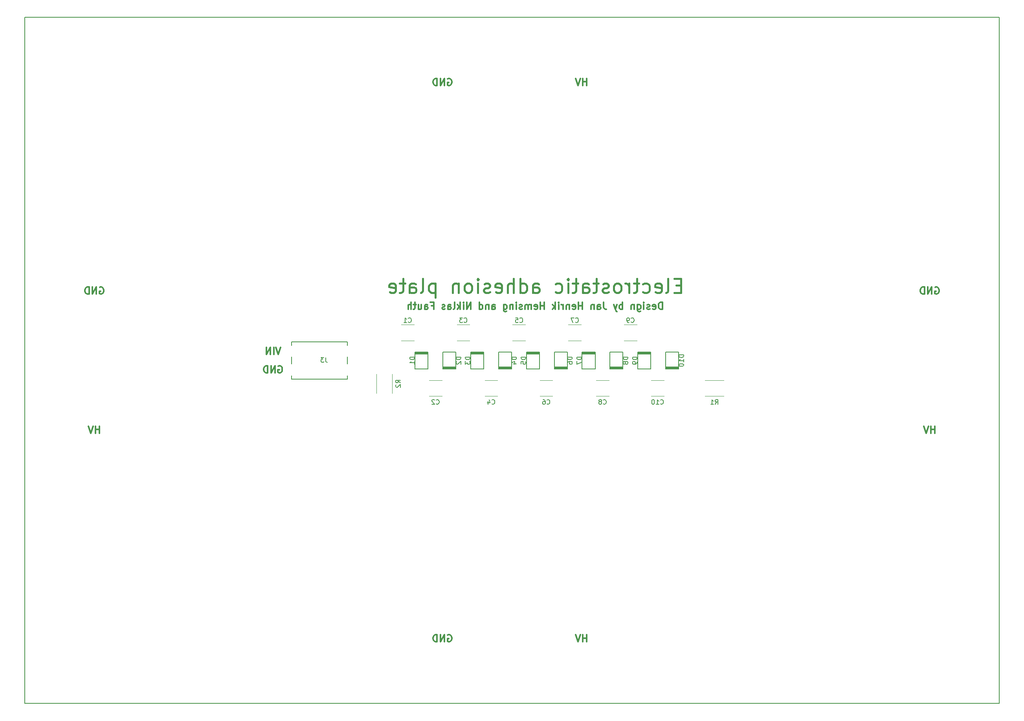
<source format=gbo>
%TF.GenerationSoftware,KiCad,Pcbnew,5.0.1*%
%TF.CreationDate,2019-02-24T21:46:33+01:00*%
%TF.ProjectId,Statikplatte,53746174696B706C617474652E6B6963,rev?*%
%TF.SameCoordinates,Original*%
%TF.FileFunction,Legend,Bot*%
%TF.FilePolarity,Positive*%
%FSLAX46Y46*%
G04 Gerber Fmt 4.6, Leading zero omitted, Abs format (unit mm)*
G04 Created by KiCad (PCBNEW 5.0.1) date So 24 Feb 2019 21:46:33 CET*
%MOMM*%
%LPD*%
G01*
G04 APERTURE LIST*
%ADD10C,0.400000*%
%ADD11C,0.300000*%
%ADD12C,0.150000*%
%ADD13C,0.120000*%
G04 APERTURE END LIST*
D10*
X156357142Y-72815714D02*
X155357142Y-72815714D01*
X154928571Y-74387142D02*
X156357142Y-74387142D01*
X156357142Y-71387142D01*
X154928571Y-71387142D01*
X153214285Y-74387142D02*
X153500000Y-74244285D01*
X153642857Y-73958571D01*
X153642857Y-71387142D01*
X150928571Y-74244285D02*
X151214285Y-74387142D01*
X151785714Y-74387142D01*
X152071428Y-74244285D01*
X152214285Y-73958571D01*
X152214285Y-72815714D01*
X152071428Y-72530000D01*
X151785714Y-72387142D01*
X151214285Y-72387142D01*
X150928571Y-72530000D01*
X150785714Y-72815714D01*
X150785714Y-73101428D01*
X152214285Y-73387142D01*
X148214285Y-74244285D02*
X148500000Y-74387142D01*
X149071428Y-74387142D01*
X149357142Y-74244285D01*
X149500000Y-74101428D01*
X149642857Y-73815714D01*
X149642857Y-72958571D01*
X149500000Y-72672857D01*
X149357142Y-72530000D01*
X149071428Y-72387142D01*
X148500000Y-72387142D01*
X148214285Y-72530000D01*
X147357142Y-72387142D02*
X146214285Y-72387142D01*
X146928571Y-71387142D02*
X146928571Y-73958571D01*
X146785714Y-74244285D01*
X146500000Y-74387142D01*
X146214285Y-74387142D01*
X145214285Y-74387142D02*
X145214285Y-72387142D01*
X145214285Y-72958571D02*
X145071428Y-72672857D01*
X144928571Y-72530000D01*
X144642857Y-72387142D01*
X144357142Y-72387142D01*
X142928571Y-74387142D02*
X143214285Y-74244285D01*
X143357142Y-74101428D01*
X143500000Y-73815714D01*
X143500000Y-72958571D01*
X143357142Y-72672857D01*
X143214285Y-72530000D01*
X142928571Y-72387142D01*
X142500000Y-72387142D01*
X142214285Y-72530000D01*
X142071428Y-72672857D01*
X141928571Y-72958571D01*
X141928571Y-73815714D01*
X142071428Y-74101428D01*
X142214285Y-74244285D01*
X142500000Y-74387142D01*
X142928571Y-74387142D01*
X140785714Y-74244285D02*
X140500000Y-74387142D01*
X139928571Y-74387142D01*
X139642857Y-74244285D01*
X139500000Y-73958571D01*
X139500000Y-73815714D01*
X139642857Y-73530000D01*
X139928571Y-73387142D01*
X140357142Y-73387142D01*
X140642857Y-73244285D01*
X140785714Y-72958571D01*
X140785714Y-72815714D01*
X140642857Y-72530000D01*
X140357142Y-72387142D01*
X139928571Y-72387142D01*
X139642857Y-72530000D01*
X138642857Y-72387142D02*
X137500000Y-72387142D01*
X138214285Y-71387142D02*
X138214285Y-73958571D01*
X138071428Y-74244285D01*
X137785714Y-74387142D01*
X137500000Y-74387142D01*
X135214285Y-74387142D02*
X135214285Y-72815714D01*
X135357142Y-72530000D01*
X135642857Y-72387142D01*
X136214285Y-72387142D01*
X136500000Y-72530000D01*
X135214285Y-74244285D02*
X135500000Y-74387142D01*
X136214285Y-74387142D01*
X136500000Y-74244285D01*
X136642857Y-73958571D01*
X136642857Y-73672857D01*
X136500000Y-73387142D01*
X136214285Y-73244285D01*
X135500000Y-73244285D01*
X135214285Y-73101428D01*
X134214285Y-72387142D02*
X133071428Y-72387142D01*
X133785714Y-71387142D02*
X133785714Y-73958571D01*
X133642857Y-74244285D01*
X133357142Y-74387142D01*
X133071428Y-74387142D01*
X132071428Y-74387142D02*
X132071428Y-72387142D01*
X132071428Y-71387142D02*
X132214285Y-71530000D01*
X132071428Y-71672857D01*
X131928571Y-71530000D01*
X132071428Y-71387142D01*
X132071428Y-71672857D01*
X129357142Y-74244285D02*
X129642857Y-74387142D01*
X130214285Y-74387142D01*
X130499999Y-74244285D01*
X130642857Y-74101428D01*
X130785714Y-73815714D01*
X130785714Y-72958571D01*
X130642857Y-72672857D01*
X130499999Y-72530000D01*
X130214285Y-72387142D01*
X129642857Y-72387142D01*
X129357142Y-72530000D01*
X124499999Y-74387142D02*
X124499999Y-72815714D01*
X124642857Y-72530000D01*
X124928571Y-72387142D01*
X125499999Y-72387142D01*
X125785714Y-72530000D01*
X124499999Y-74244285D02*
X124785714Y-74387142D01*
X125499999Y-74387142D01*
X125785714Y-74244285D01*
X125928571Y-73958571D01*
X125928571Y-73672857D01*
X125785714Y-73387142D01*
X125499999Y-73244285D01*
X124785714Y-73244285D01*
X124499999Y-73101428D01*
X121785714Y-74387142D02*
X121785714Y-71387142D01*
X121785714Y-74244285D02*
X122071428Y-74387142D01*
X122642857Y-74387142D01*
X122928571Y-74244285D01*
X123071428Y-74101428D01*
X123214285Y-73815714D01*
X123214285Y-72958571D01*
X123071428Y-72672857D01*
X122928571Y-72530000D01*
X122642857Y-72387142D01*
X122071428Y-72387142D01*
X121785714Y-72530000D01*
X120357142Y-74387142D02*
X120357142Y-71387142D01*
X119071428Y-74387142D02*
X119071428Y-72815714D01*
X119214285Y-72530000D01*
X119499999Y-72387142D01*
X119928571Y-72387142D01*
X120214285Y-72530000D01*
X120357142Y-72672857D01*
X116499999Y-74244285D02*
X116785714Y-74387142D01*
X117357142Y-74387142D01*
X117642857Y-74244285D01*
X117785714Y-73958571D01*
X117785714Y-72815714D01*
X117642857Y-72530000D01*
X117357142Y-72387142D01*
X116785714Y-72387142D01*
X116499999Y-72530000D01*
X116357142Y-72815714D01*
X116357142Y-73101428D01*
X117785714Y-73387142D01*
X115214285Y-74244285D02*
X114928571Y-74387142D01*
X114357142Y-74387142D01*
X114071428Y-74244285D01*
X113928571Y-73958571D01*
X113928571Y-73815714D01*
X114071428Y-73530000D01*
X114357142Y-73387142D01*
X114785714Y-73387142D01*
X115071428Y-73244285D01*
X115214285Y-72958571D01*
X115214285Y-72815714D01*
X115071428Y-72530000D01*
X114785714Y-72387142D01*
X114357142Y-72387142D01*
X114071428Y-72530000D01*
X112642857Y-74387142D02*
X112642857Y-72387142D01*
X112642857Y-71387142D02*
X112785714Y-71530000D01*
X112642857Y-71672857D01*
X112499999Y-71530000D01*
X112642857Y-71387142D01*
X112642857Y-71672857D01*
X110785714Y-74387142D02*
X111071428Y-74244285D01*
X111214285Y-74101428D01*
X111357142Y-73815714D01*
X111357142Y-72958571D01*
X111214285Y-72672857D01*
X111071428Y-72530000D01*
X110785714Y-72387142D01*
X110357142Y-72387142D01*
X110071428Y-72530000D01*
X109928571Y-72672857D01*
X109785714Y-72958571D01*
X109785714Y-73815714D01*
X109928571Y-74101428D01*
X110071428Y-74244285D01*
X110357142Y-74387142D01*
X110785714Y-74387142D01*
X108499999Y-72387142D02*
X108499999Y-74387142D01*
X108499999Y-72672857D02*
X108357142Y-72530000D01*
X108071428Y-72387142D01*
X107642857Y-72387142D01*
X107357142Y-72530000D01*
X107214285Y-72815714D01*
X107214285Y-74387142D01*
X103499999Y-72387142D02*
X103499999Y-75387142D01*
X103499999Y-72530000D02*
X103214285Y-72387142D01*
X102642857Y-72387142D01*
X102357142Y-72530000D01*
X102214285Y-72672857D01*
X102071428Y-72958571D01*
X102071428Y-73815714D01*
X102214285Y-74101428D01*
X102357142Y-74244285D01*
X102642857Y-74387142D01*
X103214285Y-74387142D01*
X103499999Y-74244285D01*
X100357142Y-74387142D02*
X100642857Y-74244285D01*
X100785714Y-73958571D01*
X100785714Y-71387142D01*
X97928571Y-74387142D02*
X97928571Y-72815714D01*
X98071428Y-72530000D01*
X98357142Y-72387142D01*
X98928571Y-72387142D01*
X99214285Y-72530000D01*
X97928571Y-74244285D02*
X98214285Y-74387142D01*
X98928571Y-74387142D01*
X99214285Y-74244285D01*
X99357142Y-73958571D01*
X99357142Y-73672857D01*
X99214285Y-73387142D01*
X98928571Y-73244285D01*
X98214285Y-73244285D01*
X97928571Y-73101428D01*
X96928571Y-72387142D02*
X95785714Y-72387142D01*
X96499999Y-71387142D02*
X96499999Y-73958571D01*
X96357142Y-74244285D01*
X96071428Y-74387142D01*
X95785714Y-74387142D01*
X93642857Y-74244285D02*
X93928571Y-74387142D01*
X94499999Y-74387142D01*
X94785714Y-74244285D01*
X94928571Y-73958571D01*
X94928571Y-72815714D01*
X94785714Y-72530000D01*
X94499999Y-72387142D01*
X93928571Y-72387142D01*
X93642857Y-72530000D01*
X93499999Y-72815714D01*
X93499999Y-73101428D01*
X94928571Y-73387142D01*
D11*
X211142857Y-73250000D02*
X211285714Y-73178571D01*
X211500000Y-73178571D01*
X211714285Y-73250000D01*
X211857142Y-73392857D01*
X211928571Y-73535714D01*
X212000000Y-73821428D01*
X212000000Y-74035714D01*
X211928571Y-74321428D01*
X211857142Y-74464285D01*
X211714285Y-74607142D01*
X211500000Y-74678571D01*
X211357142Y-74678571D01*
X211142857Y-74607142D01*
X211071428Y-74535714D01*
X211071428Y-74035714D01*
X211357142Y-74035714D01*
X210428571Y-74678571D02*
X210428571Y-73178571D01*
X209571428Y-74678571D01*
X209571428Y-73178571D01*
X208857142Y-74678571D02*
X208857142Y-73178571D01*
X208500000Y-73178571D01*
X208285714Y-73250000D01*
X208142857Y-73392857D01*
X208071428Y-73535714D01*
X208000000Y-73821428D01*
X208000000Y-74035714D01*
X208071428Y-74321428D01*
X208142857Y-74464285D01*
X208285714Y-74607142D01*
X208500000Y-74678571D01*
X208857142Y-74678571D01*
X31142857Y-73250000D02*
X31285714Y-73178571D01*
X31500000Y-73178571D01*
X31714285Y-73250000D01*
X31857142Y-73392857D01*
X31928571Y-73535714D01*
X32000000Y-73821428D01*
X32000000Y-74035714D01*
X31928571Y-74321428D01*
X31857142Y-74464285D01*
X31714285Y-74607142D01*
X31500000Y-74678571D01*
X31357142Y-74678571D01*
X31142857Y-74607142D01*
X31071428Y-74535714D01*
X31071428Y-74035714D01*
X31357142Y-74035714D01*
X30428571Y-74678571D02*
X30428571Y-73178571D01*
X29571428Y-74678571D01*
X29571428Y-73178571D01*
X28857142Y-74678571D02*
X28857142Y-73178571D01*
X28500000Y-73178571D01*
X28285714Y-73250000D01*
X28142857Y-73392857D01*
X28071428Y-73535714D01*
X28000000Y-73821428D01*
X28000000Y-74035714D01*
X28071428Y-74321428D01*
X28142857Y-74464285D01*
X28285714Y-74607142D01*
X28500000Y-74678571D01*
X28857142Y-74678571D01*
X106142857Y-148250000D02*
X106285714Y-148178571D01*
X106500000Y-148178571D01*
X106714285Y-148250000D01*
X106857142Y-148392857D01*
X106928571Y-148535714D01*
X107000000Y-148821428D01*
X107000000Y-149035714D01*
X106928571Y-149321428D01*
X106857142Y-149464285D01*
X106714285Y-149607142D01*
X106500000Y-149678571D01*
X106357142Y-149678571D01*
X106142857Y-149607142D01*
X106071428Y-149535714D01*
X106071428Y-149035714D01*
X106357142Y-149035714D01*
X105428571Y-149678571D02*
X105428571Y-148178571D01*
X104571428Y-149678571D01*
X104571428Y-148178571D01*
X103857142Y-149678571D02*
X103857142Y-148178571D01*
X103500000Y-148178571D01*
X103285714Y-148250000D01*
X103142857Y-148392857D01*
X103071428Y-148535714D01*
X103000000Y-148821428D01*
X103000000Y-149035714D01*
X103071428Y-149321428D01*
X103142857Y-149464285D01*
X103285714Y-149607142D01*
X103500000Y-149678571D01*
X103857142Y-149678571D01*
X106142857Y-28250000D02*
X106285714Y-28178571D01*
X106500000Y-28178571D01*
X106714285Y-28250000D01*
X106857142Y-28392857D01*
X106928571Y-28535714D01*
X107000000Y-28821428D01*
X107000000Y-29035714D01*
X106928571Y-29321428D01*
X106857142Y-29464285D01*
X106714285Y-29607142D01*
X106500000Y-29678571D01*
X106357142Y-29678571D01*
X106142857Y-29607142D01*
X106071428Y-29535714D01*
X106071428Y-29035714D01*
X106357142Y-29035714D01*
X105428571Y-29678571D02*
X105428571Y-28178571D01*
X104571428Y-29678571D01*
X104571428Y-28178571D01*
X103857142Y-29678571D02*
X103857142Y-28178571D01*
X103500000Y-28178571D01*
X103285714Y-28250000D01*
X103142857Y-28392857D01*
X103071428Y-28535714D01*
X103000000Y-28821428D01*
X103000000Y-29035714D01*
X103071428Y-29321428D01*
X103142857Y-29464285D01*
X103285714Y-29607142D01*
X103500000Y-29678571D01*
X103857142Y-29678571D01*
X136071428Y-29678571D02*
X136071428Y-28178571D01*
X136071428Y-28892857D02*
X135214285Y-28892857D01*
X135214285Y-29678571D02*
X135214285Y-28178571D01*
X134714285Y-28178571D02*
X134214285Y-29678571D01*
X133714285Y-28178571D01*
X136071428Y-149678571D02*
X136071428Y-148178571D01*
X136071428Y-148892857D02*
X135214285Y-148892857D01*
X135214285Y-149678571D02*
X135214285Y-148178571D01*
X134714285Y-148178571D02*
X134214285Y-149678571D01*
X133714285Y-148178571D01*
X211071428Y-104678571D02*
X211071428Y-103178571D01*
X211071428Y-103892857D02*
X210214285Y-103892857D01*
X210214285Y-104678571D02*
X210214285Y-103178571D01*
X209714285Y-103178571D02*
X209214285Y-104678571D01*
X208714285Y-103178571D01*
X31071428Y-104678571D02*
X31071428Y-103178571D01*
X31071428Y-103892857D02*
X30214285Y-103892857D01*
X30214285Y-104678571D02*
X30214285Y-103178571D01*
X29714285Y-103178571D02*
X29214285Y-104678571D01*
X28714285Y-103178571D01*
X152392857Y-77953571D02*
X152392857Y-76453571D01*
X152035714Y-76453571D01*
X151821428Y-76525000D01*
X151678571Y-76667857D01*
X151607142Y-76810714D01*
X151535714Y-77096428D01*
X151535714Y-77310714D01*
X151607142Y-77596428D01*
X151678571Y-77739285D01*
X151821428Y-77882142D01*
X152035714Y-77953571D01*
X152392857Y-77953571D01*
X150321428Y-77882142D02*
X150464285Y-77953571D01*
X150750000Y-77953571D01*
X150892857Y-77882142D01*
X150964285Y-77739285D01*
X150964285Y-77167857D01*
X150892857Y-77025000D01*
X150750000Y-76953571D01*
X150464285Y-76953571D01*
X150321428Y-77025000D01*
X150250000Y-77167857D01*
X150250000Y-77310714D01*
X150964285Y-77453571D01*
X149678571Y-77882142D02*
X149535714Y-77953571D01*
X149250000Y-77953571D01*
X149107142Y-77882142D01*
X149035714Y-77739285D01*
X149035714Y-77667857D01*
X149107142Y-77525000D01*
X149250000Y-77453571D01*
X149464285Y-77453571D01*
X149607142Y-77382142D01*
X149678571Y-77239285D01*
X149678571Y-77167857D01*
X149607142Y-77025000D01*
X149464285Y-76953571D01*
X149250000Y-76953571D01*
X149107142Y-77025000D01*
X148392857Y-77953571D02*
X148392857Y-76953571D01*
X148392857Y-76453571D02*
X148464285Y-76525000D01*
X148392857Y-76596428D01*
X148321428Y-76525000D01*
X148392857Y-76453571D01*
X148392857Y-76596428D01*
X147035714Y-76953571D02*
X147035714Y-78167857D01*
X147107142Y-78310714D01*
X147178571Y-78382142D01*
X147321428Y-78453571D01*
X147535714Y-78453571D01*
X147678571Y-78382142D01*
X147035714Y-77882142D02*
X147178571Y-77953571D01*
X147464285Y-77953571D01*
X147607142Y-77882142D01*
X147678571Y-77810714D01*
X147750000Y-77667857D01*
X147750000Y-77239285D01*
X147678571Y-77096428D01*
X147607142Y-77025000D01*
X147464285Y-76953571D01*
X147178571Y-76953571D01*
X147035714Y-77025000D01*
X146321428Y-76953571D02*
X146321428Y-77953571D01*
X146321428Y-77096428D02*
X146250000Y-77025000D01*
X146107142Y-76953571D01*
X145892857Y-76953571D01*
X145750000Y-77025000D01*
X145678571Y-77167857D01*
X145678571Y-77953571D01*
X143821428Y-77953571D02*
X143821428Y-76453571D01*
X143821428Y-77025000D02*
X143678571Y-76953571D01*
X143392857Y-76953571D01*
X143250000Y-77025000D01*
X143178571Y-77096428D01*
X143107142Y-77239285D01*
X143107142Y-77667857D01*
X143178571Y-77810714D01*
X143250000Y-77882142D01*
X143392857Y-77953571D01*
X143678571Y-77953571D01*
X143821428Y-77882142D01*
X142607142Y-76953571D02*
X142250000Y-77953571D01*
X141892857Y-76953571D02*
X142250000Y-77953571D01*
X142392857Y-78310714D01*
X142464285Y-78382142D01*
X142607142Y-78453571D01*
X139750000Y-76453571D02*
X139750000Y-77525000D01*
X139821428Y-77739285D01*
X139964285Y-77882142D01*
X140178571Y-77953571D01*
X140321428Y-77953571D01*
X138392857Y-77953571D02*
X138392857Y-77167857D01*
X138464285Y-77025000D01*
X138607142Y-76953571D01*
X138892857Y-76953571D01*
X139035714Y-77025000D01*
X138392857Y-77882142D02*
X138535714Y-77953571D01*
X138892857Y-77953571D01*
X139035714Y-77882142D01*
X139107142Y-77739285D01*
X139107142Y-77596428D01*
X139035714Y-77453571D01*
X138892857Y-77382142D01*
X138535714Y-77382142D01*
X138392857Y-77310714D01*
X137678571Y-76953571D02*
X137678571Y-77953571D01*
X137678571Y-77096428D02*
X137607142Y-77025000D01*
X137464285Y-76953571D01*
X137250000Y-76953571D01*
X137107142Y-77025000D01*
X137035714Y-77167857D01*
X137035714Y-77953571D01*
X135178571Y-77953571D02*
X135178571Y-76453571D01*
X135178571Y-77167857D02*
X134321428Y-77167857D01*
X134321428Y-77953571D02*
X134321428Y-76453571D01*
X133035714Y-77882142D02*
X133178571Y-77953571D01*
X133464285Y-77953571D01*
X133607142Y-77882142D01*
X133678571Y-77739285D01*
X133678571Y-77167857D01*
X133607142Y-77025000D01*
X133464285Y-76953571D01*
X133178571Y-76953571D01*
X133035714Y-77025000D01*
X132964285Y-77167857D01*
X132964285Y-77310714D01*
X133678571Y-77453571D01*
X132321428Y-76953571D02*
X132321428Y-77953571D01*
X132321428Y-77096428D02*
X132250000Y-77025000D01*
X132107142Y-76953571D01*
X131892857Y-76953571D01*
X131750000Y-77025000D01*
X131678571Y-77167857D01*
X131678571Y-77953571D01*
X130964285Y-77953571D02*
X130964285Y-76953571D01*
X130964285Y-77239285D02*
X130892857Y-77096428D01*
X130821428Y-77025000D01*
X130678571Y-76953571D01*
X130535714Y-76953571D01*
X130035714Y-77953571D02*
X130035714Y-76953571D01*
X130035714Y-76453571D02*
X130107142Y-76525000D01*
X130035714Y-76596428D01*
X129964285Y-76525000D01*
X130035714Y-76453571D01*
X130035714Y-76596428D01*
X129321428Y-77953571D02*
X129321428Y-76453571D01*
X129178571Y-77382142D02*
X128750000Y-77953571D01*
X128750000Y-76953571D02*
X129321428Y-77525000D01*
X126964285Y-77953571D02*
X126964285Y-76453571D01*
X126964285Y-77167857D02*
X126107142Y-77167857D01*
X126107142Y-77953571D02*
X126107142Y-76453571D01*
X124821428Y-77882142D02*
X124964285Y-77953571D01*
X125250000Y-77953571D01*
X125392857Y-77882142D01*
X125464285Y-77739285D01*
X125464285Y-77167857D01*
X125392857Y-77025000D01*
X125250000Y-76953571D01*
X124964285Y-76953571D01*
X124821428Y-77025000D01*
X124750000Y-77167857D01*
X124750000Y-77310714D01*
X125464285Y-77453571D01*
X124107142Y-77953571D02*
X124107142Y-76953571D01*
X124107142Y-77096428D02*
X124035714Y-77025000D01*
X123892857Y-76953571D01*
X123678571Y-76953571D01*
X123535714Y-77025000D01*
X123464285Y-77167857D01*
X123464285Y-77953571D01*
X123464285Y-77167857D02*
X123392857Y-77025000D01*
X123250000Y-76953571D01*
X123035714Y-76953571D01*
X122892857Y-77025000D01*
X122821428Y-77167857D01*
X122821428Y-77953571D01*
X122178571Y-77882142D02*
X122035714Y-77953571D01*
X121750000Y-77953571D01*
X121607142Y-77882142D01*
X121535714Y-77739285D01*
X121535714Y-77667857D01*
X121607142Y-77525000D01*
X121750000Y-77453571D01*
X121964285Y-77453571D01*
X122107142Y-77382142D01*
X122178571Y-77239285D01*
X122178571Y-77167857D01*
X122107142Y-77025000D01*
X121964285Y-76953571D01*
X121750000Y-76953571D01*
X121607142Y-77025000D01*
X120892857Y-77953571D02*
X120892857Y-76953571D01*
X120892857Y-76453571D02*
X120964285Y-76525000D01*
X120892857Y-76596428D01*
X120821428Y-76525000D01*
X120892857Y-76453571D01*
X120892857Y-76596428D01*
X120178571Y-76953571D02*
X120178571Y-77953571D01*
X120178571Y-77096428D02*
X120107142Y-77025000D01*
X119964285Y-76953571D01*
X119750000Y-76953571D01*
X119607142Y-77025000D01*
X119535714Y-77167857D01*
X119535714Y-77953571D01*
X118178571Y-76953571D02*
X118178571Y-78167857D01*
X118250000Y-78310714D01*
X118321428Y-78382142D01*
X118464285Y-78453571D01*
X118678571Y-78453571D01*
X118821428Y-78382142D01*
X118178571Y-77882142D02*
X118321428Y-77953571D01*
X118607142Y-77953571D01*
X118750000Y-77882142D01*
X118821428Y-77810714D01*
X118892857Y-77667857D01*
X118892857Y-77239285D01*
X118821428Y-77096428D01*
X118750000Y-77025000D01*
X118607142Y-76953571D01*
X118321428Y-76953571D01*
X118178571Y-77025000D01*
X115678571Y-77953571D02*
X115678571Y-77167857D01*
X115750000Y-77025000D01*
X115892857Y-76953571D01*
X116178571Y-76953571D01*
X116321428Y-77025000D01*
X115678571Y-77882142D02*
X115821428Y-77953571D01*
X116178571Y-77953571D01*
X116321428Y-77882142D01*
X116392857Y-77739285D01*
X116392857Y-77596428D01*
X116321428Y-77453571D01*
X116178571Y-77382142D01*
X115821428Y-77382142D01*
X115678571Y-77310714D01*
X114964285Y-76953571D02*
X114964285Y-77953571D01*
X114964285Y-77096428D02*
X114892857Y-77025000D01*
X114750000Y-76953571D01*
X114535714Y-76953571D01*
X114392857Y-77025000D01*
X114321428Y-77167857D01*
X114321428Y-77953571D01*
X112964285Y-77953571D02*
X112964285Y-76453571D01*
X112964285Y-77882142D02*
X113107142Y-77953571D01*
X113392857Y-77953571D01*
X113535714Y-77882142D01*
X113607142Y-77810714D01*
X113678571Y-77667857D01*
X113678571Y-77239285D01*
X113607142Y-77096428D01*
X113535714Y-77025000D01*
X113392857Y-76953571D01*
X113107142Y-76953571D01*
X112964285Y-77025000D01*
X111107142Y-77953571D02*
X111107142Y-76453571D01*
X110250000Y-77953571D01*
X110250000Y-76453571D01*
X109535714Y-77953571D02*
X109535714Y-76953571D01*
X109535714Y-76453571D02*
X109607142Y-76525000D01*
X109535714Y-76596428D01*
X109464285Y-76525000D01*
X109535714Y-76453571D01*
X109535714Y-76596428D01*
X108821428Y-77953571D02*
X108821428Y-76453571D01*
X108678571Y-77382142D02*
X108250000Y-77953571D01*
X108250000Y-76953571D02*
X108821428Y-77525000D01*
X107392857Y-77953571D02*
X107535714Y-77882142D01*
X107607142Y-77739285D01*
X107607142Y-76453571D01*
X106178571Y-77953571D02*
X106178571Y-77167857D01*
X106250000Y-77025000D01*
X106392857Y-76953571D01*
X106678571Y-76953571D01*
X106821428Y-77025000D01*
X106178571Y-77882142D02*
X106321428Y-77953571D01*
X106678571Y-77953571D01*
X106821428Y-77882142D01*
X106892857Y-77739285D01*
X106892857Y-77596428D01*
X106821428Y-77453571D01*
X106678571Y-77382142D01*
X106321428Y-77382142D01*
X106178571Y-77310714D01*
X105535714Y-77882142D02*
X105392857Y-77953571D01*
X105107142Y-77953571D01*
X104964285Y-77882142D01*
X104892857Y-77739285D01*
X104892857Y-77667857D01*
X104964285Y-77525000D01*
X105107142Y-77453571D01*
X105321428Y-77453571D01*
X105464285Y-77382142D01*
X105535714Y-77239285D01*
X105535714Y-77167857D01*
X105464285Y-77025000D01*
X105321428Y-76953571D01*
X105107142Y-76953571D01*
X104964285Y-77025000D01*
X102607142Y-77167857D02*
X103107142Y-77167857D01*
X103107142Y-77953571D02*
X103107142Y-76453571D01*
X102392857Y-76453571D01*
X101178571Y-77953571D02*
X101178571Y-77167857D01*
X101250000Y-77025000D01*
X101392857Y-76953571D01*
X101678571Y-76953571D01*
X101821428Y-77025000D01*
X101178571Y-77882142D02*
X101321428Y-77953571D01*
X101678571Y-77953571D01*
X101821428Y-77882142D01*
X101892857Y-77739285D01*
X101892857Y-77596428D01*
X101821428Y-77453571D01*
X101678571Y-77382142D01*
X101321428Y-77382142D01*
X101178571Y-77310714D01*
X99821428Y-76953571D02*
X99821428Y-77953571D01*
X100464285Y-76953571D02*
X100464285Y-77739285D01*
X100392857Y-77882142D01*
X100250000Y-77953571D01*
X100035714Y-77953571D01*
X99892857Y-77882142D01*
X99821428Y-77810714D01*
X99321428Y-76953571D02*
X98750000Y-76953571D01*
X99107142Y-76453571D02*
X99107142Y-77739285D01*
X99035714Y-77882142D01*
X98892857Y-77953571D01*
X98750000Y-77953571D01*
X98250000Y-77953571D02*
X98250000Y-76453571D01*
X97607142Y-77953571D02*
X97607142Y-77167857D01*
X97678571Y-77025000D01*
X97821428Y-76953571D01*
X98035714Y-76953571D01*
X98178571Y-77025000D01*
X98250000Y-77096428D01*
X70142857Y-86178571D02*
X69642857Y-87678571D01*
X69142857Y-86178571D01*
X68642857Y-87678571D02*
X68642857Y-86178571D01*
X67928571Y-87678571D02*
X67928571Y-86178571D01*
X67071428Y-87678571D01*
X67071428Y-86178571D01*
X69642857Y-90250000D02*
X69785714Y-90178571D01*
X70000000Y-90178571D01*
X70214285Y-90250000D01*
X70357142Y-90392857D01*
X70428571Y-90535714D01*
X70500000Y-90821428D01*
X70500000Y-91035714D01*
X70428571Y-91321428D01*
X70357142Y-91464285D01*
X70214285Y-91607142D01*
X70000000Y-91678571D01*
X69857142Y-91678571D01*
X69642857Y-91607142D01*
X69571428Y-91535714D01*
X69571428Y-91035714D01*
X69857142Y-91035714D01*
X68928571Y-91678571D02*
X68928571Y-90178571D01*
X68071428Y-91678571D01*
X68071428Y-90178571D01*
X67357142Y-91678571D02*
X67357142Y-90178571D01*
X67000000Y-90178571D01*
X66785714Y-90250000D01*
X66642857Y-90392857D01*
X66571428Y-90535714D01*
X66500000Y-90821428D01*
X66500000Y-91035714D01*
X66571428Y-91321428D01*
X66642857Y-91464285D01*
X66785714Y-91607142D01*
X67000000Y-91678571D01*
X67357142Y-91678571D01*
D12*
X15000000Y-15000000D02*
X225000000Y-15000000D01*
X225000000Y-15000000D02*
X225000000Y-163000000D01*
X15000000Y-163000000D02*
X225000000Y-163000000D01*
X15000000Y-15000000D02*
X15000000Y-163000000D01*
D13*
X90790000Y-96052064D02*
X90790000Y-91947936D01*
X94210000Y-96052064D02*
X94210000Y-91947936D01*
D12*
X84500000Y-85000000D02*
X72500000Y-85000000D01*
X72500000Y-93000000D02*
X84500000Y-93000000D01*
X72500000Y-85000000D02*
X72500000Y-85750000D01*
X84500000Y-85000000D02*
X84500000Y-85750000D01*
X84500000Y-88250000D02*
X84500000Y-89750000D01*
X84500000Y-92250000D02*
X84500000Y-93000000D01*
X72500000Y-92250000D02*
X72500000Y-93000000D01*
X72500000Y-88250000D02*
X72500000Y-89750000D01*
X99100000Y-87575000D02*
X101900000Y-87575000D01*
X99100000Y-87475000D02*
X101900000Y-87475000D01*
X99100000Y-87275000D02*
X101900000Y-87275000D01*
X99100000Y-87375000D02*
X101900000Y-87375000D01*
X101900000Y-87175000D02*
X101900000Y-90825000D01*
X99100000Y-87175000D02*
X101900000Y-87175000D01*
X99100000Y-90825000D02*
X99100000Y-87175000D01*
X101900000Y-90825000D02*
X99100000Y-90825000D01*
D13*
X165652064Y-96710000D02*
X161547936Y-96710000D01*
X165652064Y-93290000D02*
X161547936Y-93290000D01*
X98886252Y-84710000D02*
X96113748Y-84710000D01*
X98886252Y-81290000D02*
X96113748Y-81290000D01*
D12*
X147100000Y-87575000D02*
X149900000Y-87575000D01*
X147100000Y-87475000D02*
X149900000Y-87475000D01*
X147100000Y-87275000D02*
X149900000Y-87275000D01*
X147100000Y-87375000D02*
X149900000Y-87375000D01*
X149900000Y-87175000D02*
X149900000Y-90825000D01*
X147100000Y-87175000D02*
X149900000Y-87175000D01*
X147100000Y-90825000D02*
X147100000Y-87175000D01*
X149900000Y-90825000D02*
X147100000Y-90825000D01*
X143900000Y-90425000D02*
X141100000Y-90425000D01*
X143900000Y-90525000D02*
X141100000Y-90525000D01*
X143900000Y-90725000D02*
X141100000Y-90725000D01*
X143900000Y-90625000D02*
X141100000Y-90625000D01*
X141100000Y-90825000D02*
X141100000Y-87175000D01*
X143900000Y-90825000D02*
X141100000Y-90825000D01*
X143900000Y-87175000D02*
X143900000Y-90825000D01*
X141100000Y-87175000D02*
X143900000Y-87175000D01*
X135100000Y-87575001D02*
X137900000Y-87575001D01*
X135100000Y-87475001D02*
X137900000Y-87475001D01*
X135100000Y-87275001D02*
X137900000Y-87275001D01*
X135100000Y-87375001D02*
X137900000Y-87375001D01*
X137900000Y-87175001D02*
X137900000Y-90825001D01*
X135100000Y-87175001D02*
X137900000Y-87175001D01*
X135100000Y-90825001D02*
X135100000Y-87175001D01*
X137900000Y-90825001D02*
X135100000Y-90825001D01*
X131900000Y-90424999D02*
X129100000Y-90424999D01*
X131900000Y-90524999D02*
X129100000Y-90524999D01*
X131900000Y-90724999D02*
X129100000Y-90724999D01*
X131900000Y-90624999D02*
X129100000Y-90624999D01*
X129100000Y-90824999D02*
X129100000Y-87174999D01*
X131900000Y-90824999D02*
X129100000Y-90824999D01*
X131900000Y-87174999D02*
X131900000Y-90824999D01*
X129100000Y-87174999D02*
X131900000Y-87174999D01*
X123100000Y-87575000D02*
X125900000Y-87575000D01*
X123100000Y-87475000D02*
X125900000Y-87475000D01*
X123100000Y-87275000D02*
X125900000Y-87275000D01*
X123100000Y-87375000D02*
X125900000Y-87375000D01*
X125900000Y-87175000D02*
X125900000Y-90825000D01*
X123100000Y-87175000D02*
X125900000Y-87175000D01*
X123100000Y-90825000D02*
X123100000Y-87175000D01*
X125900000Y-90825000D02*
X123100000Y-90825000D01*
X119900000Y-90425000D02*
X117100000Y-90425000D01*
X119900000Y-90525000D02*
X117100000Y-90525000D01*
X119900000Y-90725000D02*
X117100000Y-90725000D01*
X119900000Y-90625000D02*
X117100000Y-90625000D01*
X117100000Y-90825000D02*
X117100000Y-87175000D01*
X119900000Y-90825000D02*
X117100000Y-90825000D01*
X119900000Y-87175000D02*
X119900000Y-90825000D01*
X117100000Y-87175000D02*
X119900000Y-87175000D01*
X111100000Y-87575000D02*
X113900000Y-87575000D01*
X111100000Y-87475000D02*
X113900000Y-87475000D01*
X111100000Y-87275000D02*
X113900000Y-87275000D01*
X111100000Y-87375000D02*
X113900000Y-87375000D01*
X113900000Y-87175000D02*
X113900000Y-90825000D01*
X111100000Y-87175000D02*
X113900000Y-87175000D01*
X111100000Y-90825000D02*
X111100000Y-87175000D01*
X113900000Y-90825000D02*
X111100000Y-90825000D01*
X107900000Y-90424999D02*
X105100000Y-90424999D01*
X107900000Y-90524999D02*
X105100000Y-90524999D01*
X107900000Y-90724999D02*
X105100000Y-90724999D01*
X107900000Y-90624999D02*
X105100000Y-90624999D01*
X105100000Y-90824999D02*
X105100000Y-87174999D01*
X107900000Y-90824999D02*
X105100000Y-90824999D01*
X107900000Y-87174999D02*
X107900000Y-90824999D01*
X105100000Y-87174999D02*
X107900000Y-87174999D01*
X155900000Y-90425000D02*
X153100000Y-90425000D01*
X155900000Y-90525000D02*
X153100000Y-90525000D01*
X155900000Y-90725000D02*
X153100000Y-90725000D01*
X155900000Y-90625000D02*
X153100000Y-90625000D01*
X153100000Y-90825000D02*
X153100000Y-87175000D01*
X155900000Y-90825000D02*
X153100000Y-90825000D01*
X155900000Y-87175000D02*
X155900000Y-90825000D01*
X153100000Y-87175000D02*
X155900000Y-87175000D01*
D13*
X152748752Y-96710000D02*
X149976248Y-96710000D01*
X152748752Y-93290000D02*
X149976248Y-93290000D01*
X146886252Y-84710000D02*
X144113748Y-84710000D01*
X146886252Y-81290000D02*
X144113748Y-81290000D01*
X140886252Y-96710000D02*
X138113748Y-96710000D01*
X140886252Y-93290000D02*
X138113748Y-93290000D01*
X134886252Y-84710000D02*
X132113748Y-84710000D01*
X134886252Y-81290000D02*
X132113748Y-81290000D01*
X128748752Y-96710000D02*
X125976248Y-96710000D01*
X128748752Y-93290000D02*
X125976248Y-93290000D01*
X122886252Y-84710000D02*
X120113748Y-84710000D01*
X122886252Y-81290000D02*
X120113748Y-81290000D01*
X116886252Y-96710000D02*
X114113748Y-96710000D01*
X116886252Y-93290000D02*
X114113748Y-93290000D01*
X110886252Y-84710000D02*
X108113748Y-84710000D01*
X110886252Y-81290000D02*
X108113748Y-81290000D01*
X104886252Y-96710000D02*
X102113748Y-96710000D01*
X104886252Y-93290000D02*
X102113748Y-93290000D01*
D12*
X95952380Y-93833333D02*
X95476190Y-93500000D01*
X95952380Y-93261904D02*
X94952380Y-93261904D01*
X94952380Y-93642857D01*
X95000000Y-93738095D01*
X95047619Y-93785714D01*
X95142857Y-93833333D01*
X95285714Y-93833333D01*
X95380952Y-93785714D01*
X95428571Y-93738095D01*
X95476190Y-93642857D01*
X95476190Y-93261904D01*
X95047619Y-94214285D02*
X95000000Y-94261904D01*
X94952380Y-94357142D01*
X94952380Y-94595238D01*
X95000000Y-94690476D01*
X95047619Y-94738095D01*
X95142857Y-94785714D01*
X95238095Y-94785714D01*
X95380952Y-94738095D01*
X95952380Y-94166666D01*
X95952380Y-94785714D01*
X79833333Y-88352380D02*
X79833333Y-89066666D01*
X79880952Y-89209523D01*
X79976190Y-89304761D01*
X80119047Y-89352380D01*
X80214285Y-89352380D01*
X79452380Y-88352380D02*
X78833333Y-88352380D01*
X79166666Y-88733333D01*
X79023809Y-88733333D01*
X78928571Y-88780952D01*
X78880952Y-88828571D01*
X78833333Y-88923809D01*
X78833333Y-89161904D01*
X78880952Y-89257142D01*
X78928571Y-89304761D01*
X79023809Y-89352380D01*
X79309523Y-89352380D01*
X79404761Y-89304761D01*
X79452380Y-89257142D01*
X98952380Y-88261904D02*
X97952380Y-88261904D01*
X97952380Y-88500000D01*
X98000000Y-88642857D01*
X98095238Y-88738095D01*
X98190476Y-88785714D01*
X98380952Y-88833333D01*
X98523809Y-88833333D01*
X98714285Y-88785714D01*
X98809523Y-88738095D01*
X98904761Y-88642857D01*
X98952380Y-88500000D01*
X98952380Y-88261904D01*
X98952380Y-89785714D02*
X98952380Y-89214285D01*
X98952380Y-89500000D02*
X97952380Y-89500000D01*
X98095238Y-89404761D01*
X98190476Y-89309523D01*
X98238095Y-89214285D01*
X163766666Y-98452380D02*
X164100000Y-97976190D01*
X164338095Y-98452380D02*
X164338095Y-97452380D01*
X163957142Y-97452380D01*
X163861904Y-97500000D01*
X163814285Y-97547619D01*
X163766666Y-97642857D01*
X163766666Y-97785714D01*
X163814285Y-97880952D01*
X163861904Y-97928571D01*
X163957142Y-97976190D01*
X164338095Y-97976190D01*
X162814285Y-98452380D02*
X163385714Y-98452380D01*
X163100000Y-98452380D02*
X163100000Y-97452380D01*
X163195238Y-97595238D01*
X163290476Y-97690476D01*
X163385714Y-97738095D01*
X97666666Y-80707142D02*
X97714285Y-80754761D01*
X97857142Y-80802380D01*
X97952380Y-80802380D01*
X98095238Y-80754761D01*
X98190476Y-80659523D01*
X98238095Y-80564285D01*
X98285714Y-80373809D01*
X98285714Y-80230952D01*
X98238095Y-80040476D01*
X98190476Y-79945238D01*
X98095238Y-79850000D01*
X97952380Y-79802380D01*
X97857142Y-79802380D01*
X97714285Y-79850000D01*
X97666666Y-79897619D01*
X96714285Y-80802380D02*
X97285714Y-80802380D01*
X97000000Y-80802380D02*
X97000000Y-79802380D01*
X97095238Y-79945238D01*
X97190476Y-80040476D01*
X97285714Y-80088095D01*
X146952380Y-88261904D02*
X145952380Y-88261904D01*
X145952380Y-88500000D01*
X146000000Y-88642857D01*
X146095238Y-88738095D01*
X146190476Y-88785714D01*
X146380952Y-88833333D01*
X146523809Y-88833333D01*
X146714285Y-88785714D01*
X146809523Y-88738095D01*
X146904761Y-88642857D01*
X146952380Y-88500000D01*
X146952380Y-88261904D01*
X146952380Y-89309523D02*
X146952380Y-89500000D01*
X146904761Y-89595238D01*
X146857142Y-89642857D01*
X146714285Y-89738095D01*
X146523809Y-89785714D01*
X146142857Y-89785714D01*
X146047619Y-89738095D01*
X146000000Y-89690476D01*
X145952380Y-89595238D01*
X145952380Y-89404761D01*
X146000000Y-89309523D01*
X146047619Y-89261904D01*
X146142857Y-89214285D01*
X146380952Y-89214285D01*
X146476190Y-89261904D01*
X146523809Y-89309523D01*
X146571428Y-89404761D01*
X146571428Y-89595238D01*
X146523809Y-89690476D01*
X146476190Y-89738095D01*
X146380952Y-89785714D01*
X144952380Y-88261904D02*
X143952380Y-88261904D01*
X143952380Y-88500000D01*
X144000000Y-88642857D01*
X144095238Y-88738095D01*
X144190476Y-88785714D01*
X144380952Y-88833333D01*
X144523809Y-88833333D01*
X144714285Y-88785714D01*
X144809523Y-88738095D01*
X144904761Y-88642857D01*
X144952380Y-88500000D01*
X144952380Y-88261904D01*
X144380952Y-89404761D02*
X144333333Y-89309523D01*
X144285714Y-89261904D01*
X144190476Y-89214285D01*
X144142857Y-89214285D01*
X144047619Y-89261904D01*
X144000000Y-89309523D01*
X143952380Y-89404761D01*
X143952380Y-89595238D01*
X144000000Y-89690476D01*
X144047619Y-89738095D01*
X144142857Y-89785714D01*
X144190476Y-89785714D01*
X144285714Y-89738095D01*
X144333333Y-89690476D01*
X144380952Y-89595238D01*
X144380952Y-89404761D01*
X144428571Y-89309523D01*
X144476190Y-89261904D01*
X144571428Y-89214285D01*
X144761904Y-89214285D01*
X144857142Y-89261904D01*
X144904761Y-89309523D01*
X144952380Y-89404761D01*
X144952380Y-89595238D01*
X144904761Y-89690476D01*
X144857142Y-89738095D01*
X144761904Y-89785714D01*
X144571428Y-89785714D01*
X144476190Y-89738095D01*
X144428571Y-89690476D01*
X144380952Y-89595238D01*
X134952380Y-88261904D02*
X133952380Y-88261904D01*
X133952380Y-88500000D01*
X134000000Y-88642857D01*
X134095238Y-88738095D01*
X134190476Y-88785714D01*
X134380952Y-88833333D01*
X134523809Y-88833333D01*
X134714285Y-88785714D01*
X134809523Y-88738095D01*
X134904761Y-88642857D01*
X134952380Y-88500000D01*
X134952380Y-88261904D01*
X133952380Y-89166666D02*
X133952380Y-89833333D01*
X134952380Y-89404761D01*
X132952380Y-88261904D02*
X131952380Y-88261904D01*
X131952380Y-88500000D01*
X132000000Y-88642857D01*
X132095238Y-88738095D01*
X132190476Y-88785714D01*
X132380952Y-88833333D01*
X132523809Y-88833333D01*
X132714285Y-88785714D01*
X132809523Y-88738095D01*
X132904761Y-88642857D01*
X132952380Y-88500000D01*
X132952380Y-88261904D01*
X131952380Y-89690476D02*
X131952380Y-89500000D01*
X132000000Y-89404761D01*
X132047619Y-89357142D01*
X132190476Y-89261904D01*
X132380952Y-89214285D01*
X132761904Y-89214285D01*
X132857142Y-89261904D01*
X132904761Y-89309523D01*
X132952380Y-89404761D01*
X132952380Y-89595238D01*
X132904761Y-89690476D01*
X132857142Y-89738095D01*
X132761904Y-89785714D01*
X132523809Y-89785714D01*
X132428571Y-89738095D01*
X132380952Y-89690476D01*
X132333333Y-89595238D01*
X132333333Y-89404761D01*
X132380952Y-89309523D01*
X132428571Y-89261904D01*
X132523809Y-89214285D01*
X122952380Y-88261904D02*
X121952380Y-88261904D01*
X121952380Y-88500000D01*
X122000000Y-88642857D01*
X122095238Y-88738095D01*
X122190476Y-88785714D01*
X122380952Y-88833333D01*
X122523809Y-88833333D01*
X122714285Y-88785714D01*
X122809523Y-88738095D01*
X122904761Y-88642857D01*
X122952380Y-88500000D01*
X122952380Y-88261904D01*
X121952380Y-89738095D02*
X121952380Y-89261904D01*
X122428571Y-89214285D01*
X122380952Y-89261904D01*
X122333333Y-89357142D01*
X122333333Y-89595238D01*
X122380952Y-89690476D01*
X122428571Y-89738095D01*
X122523809Y-89785714D01*
X122761904Y-89785714D01*
X122857142Y-89738095D01*
X122904761Y-89690476D01*
X122952380Y-89595238D01*
X122952380Y-89357142D01*
X122904761Y-89261904D01*
X122857142Y-89214285D01*
X120952380Y-88261904D02*
X119952380Y-88261904D01*
X119952380Y-88500000D01*
X120000000Y-88642857D01*
X120095238Y-88738095D01*
X120190476Y-88785714D01*
X120380952Y-88833333D01*
X120523809Y-88833333D01*
X120714285Y-88785714D01*
X120809523Y-88738095D01*
X120904761Y-88642857D01*
X120952380Y-88500000D01*
X120952380Y-88261904D01*
X120285714Y-89690476D02*
X120952380Y-89690476D01*
X119904761Y-89452380D02*
X120619047Y-89214285D01*
X120619047Y-89833333D01*
X110952380Y-88261904D02*
X109952380Y-88261904D01*
X109952380Y-88500000D01*
X110000000Y-88642857D01*
X110095238Y-88738095D01*
X110190476Y-88785714D01*
X110380952Y-88833333D01*
X110523809Y-88833333D01*
X110714285Y-88785714D01*
X110809523Y-88738095D01*
X110904761Y-88642857D01*
X110952380Y-88500000D01*
X110952380Y-88261904D01*
X109952380Y-89166666D02*
X109952380Y-89785714D01*
X110333333Y-89452380D01*
X110333333Y-89595238D01*
X110380952Y-89690476D01*
X110428571Y-89738095D01*
X110523809Y-89785714D01*
X110761904Y-89785714D01*
X110857142Y-89738095D01*
X110904761Y-89690476D01*
X110952380Y-89595238D01*
X110952380Y-89309523D01*
X110904761Y-89214285D01*
X110857142Y-89166666D01*
X108952380Y-88261904D02*
X107952380Y-88261904D01*
X107952380Y-88500000D01*
X108000000Y-88642857D01*
X108095238Y-88738095D01*
X108190476Y-88785714D01*
X108380952Y-88833333D01*
X108523809Y-88833333D01*
X108714285Y-88785714D01*
X108809523Y-88738095D01*
X108904761Y-88642857D01*
X108952380Y-88500000D01*
X108952380Y-88261904D01*
X108047619Y-89214285D02*
X108000000Y-89261904D01*
X107952380Y-89357142D01*
X107952380Y-89595238D01*
X108000000Y-89690476D01*
X108047619Y-89738095D01*
X108142857Y-89785714D01*
X108238095Y-89785714D01*
X108380952Y-89738095D01*
X108952380Y-89166666D01*
X108952380Y-89785714D01*
X156952380Y-87785714D02*
X155952380Y-87785714D01*
X155952380Y-88023809D01*
X156000000Y-88166666D01*
X156095238Y-88261904D01*
X156190476Y-88309523D01*
X156380952Y-88357142D01*
X156523809Y-88357142D01*
X156714285Y-88309523D01*
X156809523Y-88261904D01*
X156904761Y-88166666D01*
X156952380Y-88023809D01*
X156952380Y-87785714D01*
X156952380Y-89309523D02*
X156952380Y-88738095D01*
X156952380Y-89023809D02*
X155952380Y-89023809D01*
X156095238Y-88928571D01*
X156190476Y-88833333D01*
X156238095Y-88738095D01*
X155952380Y-89928571D02*
X155952380Y-90023809D01*
X156000000Y-90119047D01*
X156047619Y-90166666D01*
X156142857Y-90214285D01*
X156333333Y-90261904D01*
X156571428Y-90261904D01*
X156761904Y-90214285D01*
X156857142Y-90166666D01*
X156904761Y-90119047D01*
X156952380Y-90023809D01*
X156952380Y-89928571D01*
X156904761Y-89833333D01*
X156857142Y-89785714D01*
X156761904Y-89738095D01*
X156571428Y-89690476D01*
X156333333Y-89690476D01*
X156142857Y-89738095D01*
X156047619Y-89785714D01*
X156000000Y-89833333D01*
X155952380Y-89928571D01*
X152005357Y-98357142D02*
X152052976Y-98404761D01*
X152195833Y-98452380D01*
X152291071Y-98452380D01*
X152433928Y-98404761D01*
X152529166Y-98309523D01*
X152576785Y-98214285D01*
X152624404Y-98023809D01*
X152624404Y-97880952D01*
X152576785Y-97690476D01*
X152529166Y-97595238D01*
X152433928Y-97500000D01*
X152291071Y-97452380D01*
X152195833Y-97452380D01*
X152052976Y-97500000D01*
X152005357Y-97547619D01*
X151052976Y-98452380D02*
X151624404Y-98452380D01*
X151338690Y-98452380D02*
X151338690Y-97452380D01*
X151433928Y-97595238D01*
X151529166Y-97690476D01*
X151624404Y-97738095D01*
X150433928Y-97452380D02*
X150338690Y-97452380D01*
X150243452Y-97500000D01*
X150195833Y-97547619D01*
X150148214Y-97642857D01*
X150100595Y-97833333D01*
X150100595Y-98071428D01*
X150148214Y-98261904D01*
X150195833Y-98357142D01*
X150243452Y-98404761D01*
X150338690Y-98452380D01*
X150433928Y-98452380D01*
X150529166Y-98404761D01*
X150576785Y-98357142D01*
X150624404Y-98261904D01*
X150672023Y-98071428D01*
X150672023Y-97833333D01*
X150624404Y-97642857D01*
X150576785Y-97547619D01*
X150529166Y-97500000D01*
X150433928Y-97452380D01*
X145666666Y-80707142D02*
X145714285Y-80754761D01*
X145857142Y-80802380D01*
X145952380Y-80802380D01*
X146095238Y-80754761D01*
X146190476Y-80659523D01*
X146238095Y-80564285D01*
X146285714Y-80373809D01*
X146285714Y-80230952D01*
X146238095Y-80040476D01*
X146190476Y-79945238D01*
X146095238Y-79850000D01*
X145952380Y-79802380D01*
X145857142Y-79802380D01*
X145714285Y-79850000D01*
X145666666Y-79897619D01*
X145190476Y-80802380D02*
X145000000Y-80802380D01*
X144904761Y-80754761D01*
X144857142Y-80707142D01*
X144761904Y-80564285D01*
X144714285Y-80373809D01*
X144714285Y-79992857D01*
X144761904Y-79897619D01*
X144809523Y-79850000D01*
X144904761Y-79802380D01*
X145095238Y-79802380D01*
X145190476Y-79850000D01*
X145238095Y-79897619D01*
X145285714Y-79992857D01*
X145285714Y-80230952D01*
X145238095Y-80326190D01*
X145190476Y-80373809D01*
X145095238Y-80421428D01*
X144904761Y-80421428D01*
X144809523Y-80373809D01*
X144761904Y-80326190D01*
X144714285Y-80230952D01*
X139666666Y-98357142D02*
X139714285Y-98404761D01*
X139857142Y-98452380D01*
X139952380Y-98452380D01*
X140095238Y-98404761D01*
X140190476Y-98309523D01*
X140238095Y-98214285D01*
X140285714Y-98023809D01*
X140285714Y-97880952D01*
X140238095Y-97690476D01*
X140190476Y-97595238D01*
X140095238Y-97500000D01*
X139952380Y-97452380D01*
X139857142Y-97452380D01*
X139714285Y-97500000D01*
X139666666Y-97547619D01*
X139095238Y-97880952D02*
X139190476Y-97833333D01*
X139238095Y-97785714D01*
X139285714Y-97690476D01*
X139285714Y-97642857D01*
X139238095Y-97547619D01*
X139190476Y-97500000D01*
X139095238Y-97452380D01*
X138904761Y-97452380D01*
X138809523Y-97500000D01*
X138761904Y-97547619D01*
X138714285Y-97642857D01*
X138714285Y-97690476D01*
X138761904Y-97785714D01*
X138809523Y-97833333D01*
X138904761Y-97880952D01*
X139095238Y-97880952D01*
X139190476Y-97928571D01*
X139238095Y-97976190D01*
X139285714Y-98071428D01*
X139285714Y-98261904D01*
X139238095Y-98357142D01*
X139190476Y-98404761D01*
X139095238Y-98452380D01*
X138904761Y-98452380D01*
X138809523Y-98404761D01*
X138761904Y-98357142D01*
X138714285Y-98261904D01*
X138714285Y-98071428D01*
X138761904Y-97976190D01*
X138809523Y-97928571D01*
X138904761Y-97880952D01*
X133666666Y-80707142D02*
X133714285Y-80754761D01*
X133857142Y-80802380D01*
X133952380Y-80802380D01*
X134095238Y-80754761D01*
X134190476Y-80659523D01*
X134238095Y-80564285D01*
X134285714Y-80373809D01*
X134285714Y-80230952D01*
X134238095Y-80040476D01*
X134190476Y-79945238D01*
X134095238Y-79850000D01*
X133952380Y-79802380D01*
X133857142Y-79802380D01*
X133714285Y-79850000D01*
X133666666Y-79897619D01*
X133333333Y-79802380D02*
X132666666Y-79802380D01*
X133095238Y-80802380D01*
X127529166Y-98357142D02*
X127576785Y-98404761D01*
X127719642Y-98452380D01*
X127814880Y-98452380D01*
X127957738Y-98404761D01*
X128052976Y-98309523D01*
X128100595Y-98214285D01*
X128148214Y-98023809D01*
X128148214Y-97880952D01*
X128100595Y-97690476D01*
X128052976Y-97595238D01*
X127957738Y-97500000D01*
X127814880Y-97452380D01*
X127719642Y-97452380D01*
X127576785Y-97500000D01*
X127529166Y-97547619D01*
X126672023Y-97452380D02*
X126862500Y-97452380D01*
X126957738Y-97500000D01*
X127005357Y-97547619D01*
X127100595Y-97690476D01*
X127148214Y-97880952D01*
X127148214Y-98261904D01*
X127100595Y-98357142D01*
X127052976Y-98404761D01*
X126957738Y-98452380D01*
X126767261Y-98452380D01*
X126672023Y-98404761D01*
X126624404Y-98357142D01*
X126576785Y-98261904D01*
X126576785Y-98023809D01*
X126624404Y-97928571D01*
X126672023Y-97880952D01*
X126767261Y-97833333D01*
X126957738Y-97833333D01*
X127052976Y-97880952D01*
X127100595Y-97928571D01*
X127148214Y-98023809D01*
X121666666Y-80707142D02*
X121714285Y-80754761D01*
X121857142Y-80802380D01*
X121952380Y-80802380D01*
X122095238Y-80754761D01*
X122190476Y-80659523D01*
X122238095Y-80564285D01*
X122285714Y-80373809D01*
X122285714Y-80230952D01*
X122238095Y-80040476D01*
X122190476Y-79945238D01*
X122095238Y-79850000D01*
X121952380Y-79802380D01*
X121857142Y-79802380D01*
X121714285Y-79850000D01*
X121666666Y-79897619D01*
X120761904Y-79802380D02*
X121238095Y-79802380D01*
X121285714Y-80278571D01*
X121238095Y-80230952D01*
X121142857Y-80183333D01*
X120904761Y-80183333D01*
X120809523Y-80230952D01*
X120761904Y-80278571D01*
X120714285Y-80373809D01*
X120714285Y-80611904D01*
X120761904Y-80707142D01*
X120809523Y-80754761D01*
X120904761Y-80802380D01*
X121142857Y-80802380D01*
X121238095Y-80754761D01*
X121285714Y-80707142D01*
X115666666Y-98357142D02*
X115714285Y-98404761D01*
X115857142Y-98452380D01*
X115952380Y-98452380D01*
X116095238Y-98404761D01*
X116190476Y-98309523D01*
X116238095Y-98214285D01*
X116285714Y-98023809D01*
X116285714Y-97880952D01*
X116238095Y-97690476D01*
X116190476Y-97595238D01*
X116095238Y-97500000D01*
X115952380Y-97452380D01*
X115857142Y-97452380D01*
X115714285Y-97500000D01*
X115666666Y-97547619D01*
X114809523Y-97785714D02*
X114809523Y-98452380D01*
X115047619Y-97404761D02*
X115285714Y-98119047D01*
X114666666Y-98119047D01*
X109666666Y-80707142D02*
X109714285Y-80754761D01*
X109857142Y-80802380D01*
X109952380Y-80802380D01*
X110095238Y-80754761D01*
X110190476Y-80659523D01*
X110238095Y-80564285D01*
X110285714Y-80373809D01*
X110285714Y-80230952D01*
X110238095Y-80040476D01*
X110190476Y-79945238D01*
X110095238Y-79850000D01*
X109952380Y-79802380D01*
X109857142Y-79802380D01*
X109714285Y-79850000D01*
X109666666Y-79897619D01*
X109333333Y-79802380D02*
X108714285Y-79802380D01*
X109047619Y-80183333D01*
X108904761Y-80183333D01*
X108809523Y-80230952D01*
X108761904Y-80278571D01*
X108714285Y-80373809D01*
X108714285Y-80611904D01*
X108761904Y-80707142D01*
X108809523Y-80754761D01*
X108904761Y-80802380D01*
X109190476Y-80802380D01*
X109285714Y-80754761D01*
X109333333Y-80707142D01*
X103666666Y-98357142D02*
X103714285Y-98404761D01*
X103857142Y-98452380D01*
X103952380Y-98452380D01*
X104095238Y-98404761D01*
X104190476Y-98309523D01*
X104238095Y-98214285D01*
X104285714Y-98023809D01*
X104285714Y-97880952D01*
X104238095Y-97690476D01*
X104190476Y-97595238D01*
X104095238Y-97500000D01*
X103952380Y-97452380D01*
X103857142Y-97452380D01*
X103714285Y-97500000D01*
X103666666Y-97547619D01*
X103285714Y-97547619D02*
X103238095Y-97500000D01*
X103142857Y-97452380D01*
X102904761Y-97452380D01*
X102809523Y-97500000D01*
X102761904Y-97547619D01*
X102714285Y-97642857D01*
X102714285Y-97738095D01*
X102761904Y-97880952D01*
X103333333Y-98452380D01*
X102714285Y-98452380D01*
M02*

</source>
